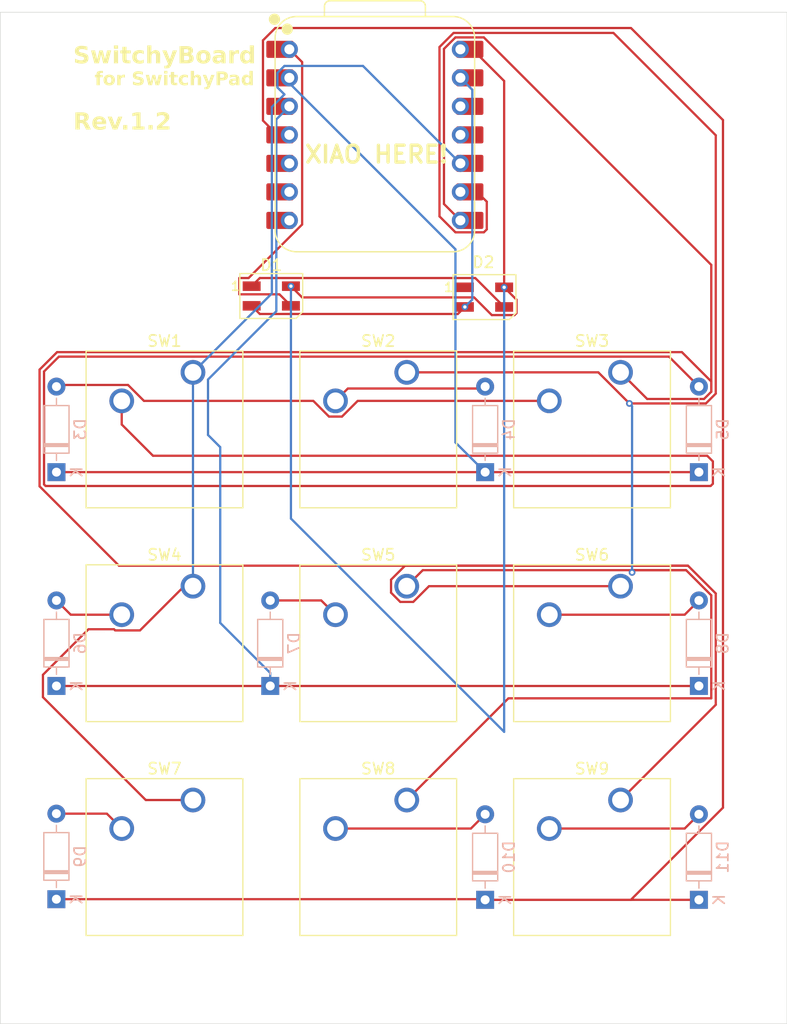
<source format=kicad_pcb>
(kicad_pcb (version 20240108) (generator "pcbnew") (generator_version "8.0")
  (layers (0 "F.Cu" signal) (31 "B.Cu" signal) (34 "B.Paste" user) (35 "F.Paste" user) (36 "B.SilkS" user "B.Silkscreen") (37 "F.SilkS" user "F.Silkscreen") (38 "B.Mask" user) (39 "F.Mask" user) (44 "Edge.Cuts" user))
  (net 0 "")
  (net 1 "GND")
  (net 2 "+5V")
  (net 3 "Net-(D1-DIN)")
  (net 4 "Net-(D1-DOUT)")
  (net 5 "Net-(D3-A)")
  (net 6 "Net-(D3-K)")
  (net 7 "Net-(D4-A)")
  (net 8 "Net-(D5-A)")
  (net 9 "Net-(D6-A)")
  (net 10 "Net-(D6-K)")
  (net 11 "Net-(D7-A)")
  (net 12 "Net-(D8-A)")
  (net 13 "Net-(D10-K)")
  (net 14 "Net-(D9-A)")
  (net 15 "Net-(D10-A)")
  (net 16 "Net-(D11-A)")
  (net 17 "Net-(U1-GPIO4{slash}MISO)")
  (net 18 "Net-(U1-GPIO2{slash}SCK)")
  (net 19 "Net-(U1-GPIO1{slash}RX)")
  (footprint "Button_Switch_Keyboard:SW_Cherry_MX_1.00u_PCB" (layer "F.Cu") (at 62.17125 90.07625)
    (property "Reference" "SW7" (at -2.54 -2.794 0) (layer "F.SilkS"))
    (property "Value" "SW_Push")
    (fp_line (start -9.525 -1.905) (end 4.445 -1.905) (stroke (width 0.12)) (layer "F.SilkS"))
    (fp_line (start -9.525 12.065) (end -9.525 -1.905) (stroke (width 0.12)) (layer "F.SilkS"))
    (fp_line (start 4.445 -1.905) (end 4.445 12.065) (stroke (width 0.12)) (layer "F.SilkS"))
    (fp_line (start 4.445 12.065) (end -9.525 12.065) (stroke (width 0.12)) (layer "F.SilkS"))
    (pad "" np_thru_hole circle (at -7.62 5.08) (size 1.7 1.7) (drill 1.7) (layers "*.Cu" "*.Mask"))
    (pad "" np_thru_hole circle (at -2.54 5.08) (size 4 4) (drill 4) (layers "*.Cu" "*.Mask"))
    (pad "" np_thru_hole circle (at 2.54 5.08) (size 1.7 1.7) (drill 1.7) (layers "*.Cu" "*.Mask"))
    (pad "1" thru_hole circle (at 0 0) (size 2.2 2.2) (drill 1.5) (layers "*.Cu" "*.Mask") (net 17 "Net-(U1-GPIO4{slash}MISO)"))
    (pad "2" thru_hole circle (at -6.35 2.54) (size 2.2 2.2) (drill 1.5) (layers "*.Cu" "*.Mask") (net 14 "Net-(D9-A)"))
  )
  (footprint "Button_Switch_Keyboard:SW_Cherry_MX_1.00u_PCB" (layer "F.Cu") (at 81.22125 90.07625)
    (property "Reference" "SW8" (at -2.54 -2.794 0) (layer "F.SilkS"))
    (property "Value" "SW_Push")
    (fp_line (start -9.525 -1.905) (end 4.445 -1.905) (stroke (width 0.12)) (layer "F.SilkS"))
    (fp_line (start -9.525 12.065) (end -9.525 -1.905) (stroke (width 0.12)) (layer "F.SilkS"))
    (fp_line (start 4.445 -1.905) (end 4.445 12.065) (stroke (width 0.12)) (layer "F.SilkS"))
    (fp_line (start 4.445 12.065) (end -9.525 12.065) (stroke (width 0.12)) (layer "F.SilkS"))
    (pad "" np_thru_hole circle (at -7.62 5.08) (size 1.7 1.7) (drill 1.7) (layers "*.Cu" "*.Mask"))
    (pad "" np_thru_hole circle (at -2.54 5.08) (size 4 4) (drill 4) (layers "*.Cu" "*.Mask"))
    (pad "" np_thru_hole circle (at 2.54 5.08) (size 1.7 1.7) (drill 1.7) (layers "*.Cu" "*.Mask"))
    (pad "1" thru_hole circle (at 0 0) (size 2.2 2.2) (drill 1.5) (layers "*.Cu" "*.Mask") (net 18 "Net-(U1-GPIO2{slash}SCK)"))
    (pad "2" thru_hole circle (at -6.35 2.54) (size 2.2 2.2) (drill 1.5) (layers "*.Cu" "*.Mask") (net 15 "Net-(D10-A)"))
  )
  (footprint "Button_Switch_Keyboard:SW_Cherry_MX_1.00u_PCB" (layer "F.Cu") (at 62.17125 51.97625)
    (property "Reference" "SW1" (at -2.54 -2.794 0) (layer "F.SilkS"))
    (property "Value" "SW_Push")
    (fp_line (start -9.525 -1.905) (end 4.445 -1.905) (stroke (width 0.12)) (layer "F.SilkS"))
    (fp_line (start -9.525 12.065) (end -9.525 -1.905) (stroke (width 0.12)) (layer "F.SilkS"))
    (fp_line (start 4.445 -1.905) (end 4.445 12.065) (stroke (width 0.12)) (layer "F.SilkS"))
    (fp_line (start 4.445 12.065) (end -9.525 12.065) (stroke (width 0.12)) (layer "F.SilkS"))
    (pad "" np_thru_hole circle (at -7.62 5.08) (size 1.7 1.7) (drill 1.7) (layers "*.Cu" "*.Mask"))
    (pad "" np_thru_hole circle (at -2.54 5.08) (size 4 4) (drill 4) (layers "*.Cu" "*.Mask"))
    (pad "" np_thru_hole circle (at 2.54 5.08) (size 1.7 1.7) (drill 1.7) (layers "*.Cu" "*.Mask"))
    (pad "1" thru_hole circle (at 0 0) (size 2.2 2.2) (drill 1.5) (layers "*.Cu" "*.Mask") (net 17 "Net-(U1-GPIO4{slash}MISO)"))
    (pad "2" thru_hole circle (at -6.35 2.54) (size 2.2 2.2) (drill 1.5) (layers "*.Cu" "*.Mask") (net 8 "Net-(D5-A)"))
  )
  (footprint "LED_SMD:LED_SK6812MINI_PLCC4_3.5x3.5mm_P1.75mm" (layer "F.Cu") (at 88.15 45.275)
    (property "Reference" "D2" (at -0.1 -3.11 0) (layer "F.SilkS"))
    (property "Value" "SK6812MINI")
    (fp_line (start -2.8 -2) (end -2.8 2) (stroke (width 0.12)) (layer "F.SilkS"))
    (fp_line (start -2.8 -2) (end 2.8 -2) (stroke (width 0.12)) (layer "F.SilkS"))
    (fp_line (start -2.8 2) (end 2.2 2) (stroke (width 0.12)) (layer "F.SilkS"))
    (fp_line (start 2.8 1.4) (end 2.2 2) (stroke (width 0.12)) (layer "F.SilkS"))
    (fp_line (start 2.8 1.4) (end 2.8 -2) (stroke (width 0.12)) (layer "F.SilkS"))
    (fp_text user "1" (at -3.2 -0.875 0) (layer "F.SilkS") (effects (font (size 0.8 0.8))))
    (pad "1" smd rect (at -1.75 -0.875) (size 1.6 0.85) (layers "F.Cu" "F.Paste" "F.Mask"))
    (pad "2" smd rect (at -1.75 0.875) (size 1.6 0.85) (layers "F.Cu" "F.Paste" "F.Mask") (net 1 "GND"))
    (pad "3" smd rect (at 1.75 0.875) (size 1.6 0.85) (layers "F.Cu" "F.Paste" "F.Mask") (net 4 "Net-(D1-DOUT)"))
    (pad "4" smd rect (at 1.75 -0.875) (size 1.6 0.85) (layers "F.Cu" "F.Paste" "F.Mask") (net 2 "+5V"))
  )
  (footprint "Button_Switch_Keyboard:SW_Cherry_MX_1.00u_PCB" (layer "F.Cu") (at 81.22125 51.97625)
    (property "Reference" "SW2" (at -2.54 -2.794 0) (layer "F.SilkS"))
    (property "Value" "SW_Push")
    (fp_line (start -9.525 -1.905) (end 4.445 -1.905) (stroke (width 0.12)) (layer "F.SilkS"))
    (fp_line (start -9.525 12.065) (end -9.525 -1.905) (stroke (width 0.12)) (layer "F.SilkS"))
    (fp_line (start 4.445 -1.905) (end 4.445 12.065) (stroke (width 0.12)) (layer "F.SilkS"))
    (fp_line (start 4.445 12.065) (end -9.525 12.065) (stroke (width 0.12)) (layer "F.SilkS"))
    (pad "" np_thru_hole circle (at -7.62 5.08) (size 1.7 1.7) (drill 1.7) (layers "*.Cu" "*.Mask"))
    (pad "" np_thru_hole circle (at -2.54 5.08) (size 4 4) (drill 4) (layers "*.Cu" "*.Mask"))
    (pad "" np_thru_hole circle (at 2.54 5.08) (size 1.7 1.7) (drill 1.7) (layers "*.Cu" "*.Mask"))
    (pad "1" thru_hole circle (at 0 0) (size 2.2 2.2) (drill 1.5) (layers "*.Cu" "*.Mask") (net 18 "Net-(U1-GPIO2{slash}SCK)"))
    (pad "2" thru_hole circle (at -6.35 2.54) (size 2.2 2.2) (drill 1.5) (layers "*.Cu" "*.Mask") (net 7 "Net-(D4-A)"))
  )
  (footprint "OPL:XIAO-RP2040-DIP" (layer "F.Cu") (at 78.38 30.82)
    (property "Reference" "U1" (hide yes))
    (property "Value" "XIAO-RP2040-DIP")
    (fp_line (start -8.89 8.509) (end -8.89 -8.636) (stroke (width 0.127)) (layer "F.SilkS"))
    (fp_line (start -6.985 10.414) (end 6.985 10.414) (stroke (width 0.127)) (layer "F.SilkS"))
    (fp_line (start -4.495 -10.541) (end -4.491272 -11.451272) (stroke (width 0.127)) (layer "F.SilkS"))
    (fp_line (start -3.991272 -11.951) (end 4.004 -11.951) (stroke (width 0.127)) (layer "F.SilkS"))
    (fp_line (start 4.504 -11.451) (end 4.504 -10.541) (stroke (width 0.127)) (layer "F.SilkS"))
    (fp_line (start 6.985 -10.541) (end -6.985 -10.541) (stroke (width 0.1)) (layer "F.SilkS"))
    (fp_line (start 6.985 -10.541) (end -6.985 -10.541) (stroke (width 0.127)) (layer "F.SilkS"))
    (fp_line (start 8.89 8.509) (end 8.89 -8.636) (stroke (width 0.127)) (layer "F.SilkS"))
    (fp_arc (start -8.89 -8.636) (mid -8.332038 -9.983038) (end -6.985 -10.541) (stroke (width 0.127)) (layer "F.SilkS"))
    (fp_arc (start -6.985 10.414) (mid -8.332038 9.856038) (end -8.89 8.509) (stroke (width 0.127)) (layer "F.SilkS"))
    (fp_arc (start -4.491272 -11.451272) (mid -4.344724 -11.804644) (end -3.991272 -11.951) (stroke (width 0.127)) (layer "F.SilkS"))
    (fp_arc (start 4.004 -11.951) (mid 4.357553 -11.804553) (end 4.504 -11.451) (stroke (width 0.127)) (layer "F.SilkS"))
    (fp_arc (start 6.985 -10.541) (mid 8.332038 -9.983038) (end 8.89 -8.636) (stroke (width 0.127)) (layer "F.SilkS"))
    (fp_arc (start 8.89 8.509) (mid 8.332038 9.856038) (end 6.985 10.414) (stroke (width 0.127)) (layer "F.SilkS"))
    (fp_circle (center -8.95 -10.3) (end -8.95 -10.554) (stroke (width 0.5)) (fill solid) (layer "F.SilkS"))
    (fp_circle (center -7.807 -9.42) (end -7.807 -9.674) (stroke (width 0.5)) (fill solid) (layer "F.SilkS"))
    (pad "1" smd roundrect (at -8.455 -7.62 180) (size 2.432 1.524) (layers "F.Cu" "F.Mask") (roundrect_rratio 0.1) (net 3 "Net-(D1-DIN)"))
    (pad "1" thru_hole circle (at -7.62 -7.62 180) (size 1.524 1.524) (drill 0.889) (layers "*.Cu" "*.Mask") (net 3 "Net-(D1-DIN)"))
    (pad "2" smd roundrect (at -8.455 -5.08 180) (size 2.432 1.524) (layers "F.Cu" "F.Mask") (roundrect_rratio 0.1) (net 6 "Net-(D3-K)"))
    (pad "2" thru_hole circle (at -7.62 -5.08 180) (size 1.524 1.524) (drill 0.889) (layers "*.Cu" "*.Mask") (net 6 "Net-(D3-K)"))
    (pad "3" smd roundrect (at -8.455 -2.54 180) (size 2.432 1.524) (layers "F.Cu" "F.Mask") (roundrect_rratio 0.1) (net 10 "Net-(D6-K)"))
    (pad "3" thru_hole circle (at -7.62 -2.54 180) (size 1.524 1.524) (drill 0.889) (layers "*.Cu" "*.Mask") (net 10 "Net-(D6-K)"))
    (pad "4" smd roundrect (at -8.455 0 180) (size 2.432 1.524) (layers "F.Cu" "F.Mask") (roundrect_rratio 0.1) (net 13 "Net-(D10-K)"))
    (pad "4" thru_hole circle (at -7.62 0 180) (size 1.524 1.524) (drill 0.889) (layers "*.Cu" "*.Mask") (net 13 "Net-(D10-K)"))
    (pad "5" smd roundrect (at -8.455 2.54 180) (size 2.432 1.524) (layers "F.Cu" "F.Mask") (roundrect_rratio 0.1))
    (pad "5" thru_hole circle (at -7.62 2.54 180) (size 1.524 1.524) (drill 0.889) (layers "*.Cu" "*.Mask"))
    (pad "6" smd roundrect (at -8.455 5.08 180) (size 2.432 1.524) (layers "F.Cu" "F.Mask") (roundrect_rratio 0.1))
    (pad "6" thru_hole circle (at -7.62 5.08 180) (size 1.524 1.524) (drill 0.889) (layers "*.Cu" "*.Mask"))
    (pad "7" smd roundrect (at -8.455 7.62 180) (size 2.432 1.524) (layers "F.Cu" "F.Mask") (roundrect_rratio 0.1))
    (pad "7" thru_hole circle (at -7.62 7.62 180) (size 1.524 1.524) (drill 0.889) (layers "*.Cu" "*.Mask"))
    (pad "8" thru_hole circle (at 7.62 7.62) (size 1.524 1.524) (drill 0.889) (layers "*.Cu" "*.Mask") (net 19 "Net-(U1-GPIO1{slash}RX)"))
    (pad "8" smd roundrect (at 8.455 7.62) (size 2.432 1.524) (layers "F.Cu" "F.Mask") (roundrect_rratio 0.1) (net 19 "Net-(U1-GPIO1{slash}RX)"))
    (pad "9" thru_hole circle (at 7.62 5.08) (size 1.524 1.524) (drill 0.889) (layers "*.Cu" "*.Mask") (net 18 "Net-(U1-GPIO2{slash}SCK)"))
    (pad "9" smd roundrect (at 8.455 5.08) (size 2.432 1.524) (layers "F.Cu" "F.Mask") (roundrect_rratio 0.1) (net 18 "Net-(U1-GPIO2{slash}SCK)"))
    (pad "10" thru_hole circle (at 7.62 2.54) (size 1.524 1.524) (drill 0.889) (layers "*.Cu" "*.Mask") (net 17 "Net-(U1-GPIO4{slash}MISO)"))
    (pad "10" smd roundrect (at 8.455 2.54) (size 2.432 1.524) (layers "F.Cu" "F.Mask") (roundrect_rratio 0.1) (net 17 "Net-(U1-GPIO4{slash}MISO)"))
    (pad "11" thru_hole circle (at 7.62 0) (size 1.524 1.524) (drill 0.889) (layers "*.Cu" "*.Mask"))
    (pad "11" smd roundrect (at 8.455 0) (size 2.432 1.524) (layers "F.Cu" "F.Mask") (roundrect_rratio 0.1))
    (pad "12" thru_hole circle (at 7.62 -2.54) (size 1.524 1.524) (drill 0.889) (layers "*.Cu" "*.Mask"))
    (pad "12" smd roundrect (at 8.455 -2.54) (size 2.432 1.524) (layers "F.Cu" "F.Mask") (roundrect_rratio 0.1))
    (pad "13" thru_hole circle (at 7.62 -5.08) (size 1.524 1.524) (drill 0.889) (layers "*.Cu" "*.Mask") (net 1 "GND"))
    (pad "13" smd roundrect (at 8.455 -5.08) (size 2.432 1.524) (layers "F.Cu" "F.Mask") (roundrect_rratio 0.1) (net 1 "GND"))
    (pad "14" thru_hole circle (at 7.62 -7.62) (size 1.524 1.524) (drill 0.889) (layers "*.Cu" "*.Mask") (net 2 "+5V"))
    (pad "14" smd roundrect (at 8.455 -7.62) (size 2.432 1.524) (layers "F.Cu" "F.Mask") (roundrect_rratio 0.1) (net 2 "+5V"))
  )
  (footprint "Button_Switch_Keyboard:SW_Cherry_MX_1.00u_PCB" (layer "F.Cu") (at 100.27125 90.07625)
    (property "Reference" "SW9" (at -2.54 -2.794 0) (layer "F.SilkS"))
    (property "Value" "SW_Push")
    (fp_line (start -9.525 -1.905) (end 4.445 -1.905) (stroke (width 0.12)) (layer "F.SilkS"))
    (fp_line (start -9.525 12.065) (end -9.525 -1.905) (stroke (width 0.12)) (layer "F.SilkS"))
    (fp_line (start 4.445 -1.905) (end 4.445 12.065) (stroke (width 0.12)) (layer "F.SilkS"))
    (fp_line (start 4.445 12.065) (end -9.525 12.065) (stroke (width 0.12)) (layer "F.SilkS"))
    (pad "" np_thru_hole circle (at -7.62 5.08) (size 1.7 1.7) (drill 1.7) (layers "*.Cu" "*.Mask"))
    (pad "" np_thru_hole circle (at -2.54 5.08) (size 4 4) (drill 4) (layers "*.Cu" "*.Mask"))
    (pad "" np_thru_hole circle (at 2.54 5.08) (size 1.7 1.7) (drill 1.7) (layers "*.Cu" "*.Mask"))
    (pad "1" thru_hole circle (at 0 0) (size 2.2 2.2) (drill 1.5) (layers "*.Cu" "*.Mask") (net 19 "Net-(U1-GPIO1{slash}RX)"))
    (pad "2" thru_hole circle (at -6.35 2.54) (size 2.2 2.2) (drill 1.5) (layers "*.Cu" "*.Mask") (net 16 "Net-(D11-A)"))
  )
  (footprint "LED_SMD:LED_SK6812MINI_PLCC4_3.5x3.5mm_P1.75mm" (layer "F.Cu") (at 69.15 45.175)
    (property "Reference" "D1" (at 0 -2.75 0) (layer "F.SilkS"))
    (property "Value" "SK6812MINI")
    (fp_line (start -2.8 -2) (end -2.8 2) (stroke (width 0.12)) (layer "F.SilkS"))
    (fp_line (start -2.8 -2) (end 2.8 -2) (stroke (width 0.12)) (layer "F.SilkS"))
    (fp_line (start -2.8 2) (end 2.2 2) (stroke (width 0.12)) (layer "F.SilkS"))
    (fp_line (start 2.8 1.4) (end 2.2 2) (stroke (width 0.12)) (layer "F.SilkS"))
    (fp_line (start 2.8 1.4) (end 2.8 -2) (stroke (width 0.12)) (layer "F.SilkS"))
    (fp_text user "1" (at -3.2 -0.875 0) (layer "F.SilkS") (effects (font (size 0.8 0.8))))
    (pad "1" smd rect (at -1.75 -0.875) (size 1.6 0.85) (layers "F.Cu" "F.Paste" "F.Mask") (net 4 "Net-(D1-DOUT)"))
    (pad "2" smd rect (at -1.75 0.875) (size 1.6 0.85) (layers "F.Cu" "F.Paste" "F.Mask") (net 1 "GND"))
    (pad "3" smd rect (at 1.75 0.875) (size 1.6 0.85) (layers "F.Cu" "F.Paste" "F.Mask") (net 3 "Net-(D1-DIN)"))
    (pad "4" smd rect (at 1.75 -0.875) (size 1.6 0.85) (layers "F.Cu" "F.Paste" "F.Mask") (net 2 "+5V"))
  )
  (footprint "Button_Switch_Keyboard:SW_Cherry_MX_1.00u_PCB" (layer "F.Cu") (at 100.27125 71.02625)
    (property "Reference" "SW6" (at -2.54 -2.794 0) (layer "F.SilkS"))
    (property "Value" "SW_Push")
    (fp_line (start -9.525 -1.905) (end 4.445 -1.905) (stroke (width 0.12)) (layer "F.SilkS"))
    (fp_line (start -9.525 12.065) (end -9.525 -1.905) (stroke (width 0.12)) (layer "F.SilkS"))
    (fp_line (start 4.445 -1.905) (end 4.445 12.065) (stroke (width 0.12)) (layer "F.SilkS"))
    (fp_line (start 4.445 12.065) (end -9.525 12.065) (stroke (width 0.12)) (layer "F.SilkS"))
    (pad "" np_thru_hole circle (at -7.62 5.08) (size 1.7 1.7) (drill 1.7) (layers "*.Cu" "*.Mask"))
    (pad "" np_thru_hole circle (at -2.54 5.08) (size 4 4) (drill 4) (layers "*.Cu" "*.Mask"))
    (pad "" np_thru_hole circle (at 2.54 5.08) (size 1.7 1.7) (drill 1.7) (layers "*.Cu" "*.Mask"))
    (pad "1" thru_hole circle (at 0 0) (size 2.2 2.2) (drill 1.5) (layers "*.Cu" "*.Mask") (net 19 "Net-(U1-GPIO1{slash}RX)"))
    (pad "2" thru_hole circle (at -6.35 2.54) (size 2.2 2.2) (drill 1.5) (layers "*.Cu" "*.Mask") (net 12 "Net-(D8-A)"))
  )
  (footprint "Button_Switch_Keyboard:SW_Cherry_MX_1.00u_PCB" (layer "F.Cu") (at 100.27125 51.97625)
    (property "Reference" "SW3" (at -2.54 -2.794 0) (layer "F.SilkS"))
    (property "Value" "SW_Push")
    (fp_line (start -9.525 -1.905) (end 4.445 -1.905) (stroke (width 0.12)) (layer "F.SilkS"))
    (fp_line (start -9.525 12.065) (end -9.525 -1.905) (stroke (width 0.12)) (layer "F.SilkS"))
    (fp_line (start 4.445 -1.905) (end 4.445 12.065) (stroke (width 0.12)) (layer "F.SilkS"))
    (fp_line (start 4.445 12.065) (end -9.525 12.065) (stroke (width 0.12)) (layer "F.SilkS"))
    (pad "" np_thru_hole circle (at -7.62 5.08) (size 1.7 1.7) (drill 1.7) (layers "*.Cu" "*.Mask"))
    (pad "" np_thru_hole circle (at -2.54 5.08) (size 4 4) (drill 4) (layers "*.Cu" "*.Mask"))
    (pad "" np_thru_hole circle (at 2.54 5.08) (size 1.7 1.7) (drill 1.7) (layers "*.Cu" "*.Mask"))
    (pad "1" thru_hole circle (at 0 0) (size 2.2 2.2) (drill 1.5) (layers "*.Cu" "*.Mask") (net 19 "Net-(U1-GPIO1{slash}RX)"))
    (pad "2" thru_hole circle (at -6.35 2.54) (size 2.2 2.2) (drill 1.5) (layers "*.Cu" "*.Mask") (net 5 "Net-(D3-A)"))
  )
  (footprint "Button_Switch_Keyboard:SW_Cherry_MX_1.00u_PCB" (layer "F.Cu") (at 62.17125 71.02625)
    (property "Reference" "SW4" (at -2.54 -2.794 0) (layer "F.SilkS"))
    (property "Value" "SW_Push")
    (fp_line (start -9.525 -1.905) (end 4.445 -1.905) (stroke (width 0.12)) (layer "F.SilkS"))
    (fp_line (start -9.525 12.065) (end -9.525 -1.905) (stroke (width 0.12)) (layer "F.SilkS"))
    (fp_line (start 4.445 -1.905) (end 4.445 12.065) (stroke (width 0.12)) (layer "F.SilkS"))
    (fp_line (start 4.445 12.065) (end -9.525 12.065) (stroke (width 0.12)) (layer "F.SilkS"))
    (pad "" np_thru_hole circle (at -7.62 5.08) (size 1.7 1.7) (drill 1.7) (layers "*.Cu" "*.Mask"))
    (pad "" np_thru_hole circle (at -2.54 5.08) (size 4 4) (drill 4) (layers "*.Cu" "*.Mask"))
    (pad "" np_thru_hole circle (at 2.54 5.08) (size 1.7 1.7) (drill 1.7) (layers "*.Cu" "*.Mask"))
    (pad "1" thru_hole circle (at 0 0) (size 2.2 2.2) (drill 1.5) (layers "*.Cu" "*.Mask") (net 17 "Net-(U1-GPIO4{slash}MISO)"))
    (pad "2" thru_hole circle (at -6.35 2.54) (size 2.2 2.2) (drill 1.5) (layers "*.Cu" "*.Mask") (net 9 "Net-(D6-A)"))
  )
  (footprint "Button_Switch_Keyboard:SW_Cherry_MX_1.00u_PCB" (layer "F.Cu") (at 81.22125 71.02625)
    (property "Reference" "SW5" (at -2.54 -2.794 0) (layer "F.SilkS"))
    (property "Value" "SW_Push")
    (fp_line (start -9.525 -1.905) (end 4.445 -1.905) (stroke (width 0.12)) (layer "F.SilkS"))
    (fp_line (start -9.525 12.065) (end -9.525 -1.905) (stroke (width 0.12)) (layer "F.SilkS"))
    (fp_line (start 4.445 -1.905) (end 4.445 12.065) (stroke (width 0.12)) (layer "F.SilkS"))
    (fp_line (start 4.445 12.065) (end -9.525 12.065) (stroke (width 0.12)) (layer "F.SilkS"))
    (pad "" np_thru_hole circle (at -7.62 5.08) (size 1.7 1.7) (drill 1.7) (layers "*.Cu" "*.Mask"))
    (pad "" np_thru_hole circle (at -2.54 5.08) (size 4 4) (drill 4) (layers "*.Cu" "*.Mask"))
    (pad "" np_thru_hole circle (at 2.54 5.08) (size 1.7 1.7) (drill 1.7) (layers "*.Cu" "*.Mask"))
    (pad "1" thru_hole circle (at 0 0) (size 2.2 2.2) (drill 1.5) (layers "*.Cu" "*.Mask") (net 18 "Net-(U1-GPIO2{slash}SCK)"))
    (pad "2" thru_hole circle (at -6.35 2.54) (size 2.2 2.2) (drill 1.5) (layers "*.Cu" "*.Mask") (net 11 "Net-(D7-A)"))
  )
  (footprint "Diode_THT:D_DO-35_SOD27_P7.62mm_Horizontal" (layer "B.Cu") (at 50.00625 79.91625 90)
    (property "Reference" "D6" (at 3.81 2.12 90) (layer "B.SilkS") (effects (justify mirror)))
    (property "Value" "D")
    (fp_line (start 5.93 -1.12) (end 1.69 -1.12) (stroke (width 0.12)) (layer "B.SilkS"))
    (fp_line (start 2.53 -1.12) (end 2.53 1.12) (stroke (width 0.12)) (layer "B.SilkS"))
    (fp_line (start 2.41 -1.12) (end 2.41 1.12) (stroke (width 0.12)) (layer "B.SilkS"))
    (fp_line (start 2.29 -1.12) (end 2.29 1.12) (stroke (width 0.12)) (layer "B.SilkS"))
    (fp_line (start 1.69 -1.12) (end 1.69 1.12) (stroke (width 0.12)) (layer "B.SilkS"))
    (fp_line (start 5.93 0) (end 6.58 0) (stroke (width 0.12)) (layer "B.SilkS"))
    (fp_line (start 1.69 0) (end 1.04 0) (stroke (width 0.12)) (layer "B.SilkS"))
    (fp_line (start 5.93 1.12) (end 5.93 -1.12) (stroke (width 0.12)) (layer "B.SilkS"))
    (fp_line (start 1.69 1.12) (end 5.93 1.12) (stroke (width 0.12)) (layer "B.SilkS"))
    (fp_text user "K" (at 0 1.8 90) (layer "B.SilkS") (effects (justify mirror)))
    (pad "1" thru_hole rect (at 0 0 90) (size 1.6 1.6) (drill 0.8) (layers "*.Cu" "*.Mask") (net 10 "Net-(D6-K)"))
    (pad "2" thru_hole oval (at 7.62 0 90) (size 1.6 1.6) (drill 0.8) (layers "*.Cu" "*.Mask") (net 9 "Net-(D6-A)"))
  )
  (footprint "Diode_THT:D_DO-35_SOD27_P7.62mm_Horizontal" (layer "B.Cu") (at 107.25625 60.86625 90)
    (property "Reference" "D5" (at 3.81 2.12 90) (layer "B.SilkS") (effects (justify mirror)))
    (property "Value" "D")
    (fp_line (start 5.93 -1.12) (end 1.69 -1.12) (stroke (width 0.12)) (layer "B.SilkS"))
    (fp_line (start 2.53 -1.12) (end 2.53 1.12) (stroke (width 0.12)) (layer "B.SilkS"))
    (fp_line (start 2.41 -1.12) (end 2.41 1.12) (stroke (width 0.12)) (layer "B.SilkS"))
    (fp_line (start 2.29 -1.12) (end 2.29 1.12) (stroke (width 0.12)) (layer "B.SilkS"))
    (fp_line (start 1.69 -1.12) (end 1.69 1.12) (stroke (width 0.12)) (layer "B.SilkS"))
    (fp_line (start 5.93 0) (end 6.58 0) (stroke (width 0.12)) (layer "B.SilkS"))
    (fp_line (start 1.69 0) (end 1.04 0) (stroke (width 0.12)) (layer "B.SilkS"))
    (fp_line (start 5.93 1.12) (end 5.93 -1.12) (stroke (width 0.12)) (layer "B.SilkS"))
    (fp_line (start 1.69 1.12) (end 5.93 1.12) (stroke (width 0.12)) (layer "B.SilkS"))
    (fp_text user "K" (at 0 1.8 90) (layer "B.SilkS") (effects (justify mirror)))
    (pad "1" thru_hole rect (at 0 0 90) (size 1.6 1.6) (drill 0.8) (layers "*.Cu" "*.Mask") (net 6 "Net-(D3-K)"))
    (pad "2" thru_hole oval (at 7.62 0 90) (size 1.6 1.6) (drill 0.8) (layers "*.Cu" "*.Mask") (net 8 "Net-(D5-A)"))
  )
  (footprint "Diode_THT:D_DO-35_SOD27_P7.62mm_Horizontal" (layer "B.Cu") (at 50 98.91 90)
    (property "Reference" "D9" (at 3.81 2.12 90) (layer "B.SilkS") (effects (justify mirror)))
    (property "Value" "D")
    (fp_line (start 5.93 -1.12) (end 1.69 -1.12) (stroke (width 0.12)) (layer "B.SilkS"))
    (fp_line (start 2.53 -1.12) (end 2.53 1.12) (stroke (width 0.12)) (layer "B.SilkS"))
    (fp_line (start 2.41 -1.12) (end 2.41 1.12) (stroke (width 0.12)) (layer "B.SilkS"))
    (fp_line (start 2.29 -1.12) (end 2.29 1.12) (stroke (width 0.12)) (layer "B.SilkS"))
    (fp_line (start 1.69 -1.12) (end 1.69 1.12) (stroke (width 0.12)) (layer "B.SilkS"))
    (fp_line (start 5.93 0) (end 6.58 0) (stroke (width 0.12)) (layer "B.SilkS"))
    (fp_line (start 1.69 0) (end 1.04 0) (stroke (width 0.12)) (layer "B.SilkS"))
    (fp_line (start 5.93 1.12) (end 5.93 -1.12) (stroke (width 0.12)) (layer "B.SilkS"))
    (fp_line (start 1.69 1.12) (end 5.93 1.12) (stroke (width 0.12)) (layer "B.SilkS"))
    (fp_text user "K" (at 0 1.8 90) (layer "B.SilkS") (effects (justify mirror)))
    (pad "1" thru_hole rect (at 0 0 90) (size 1.6 1.6) (drill 0.8) (layers "*.Cu" "*.Mask") (net 13 "Net-(D10-K)"))
    (pad "2" thru_hole oval (at 7.62 0 90) (size 1.6 1.6) (drill 0.8) (layers "*.Cu" "*.Mask") (net 14 "Net-(D9-A)"))
  )
  (footprint "Diode_THT:D_DO-35_SOD27_P7.62mm_Horizontal" (layer "B.Cu") (at 69.05625 79.91625 90)
    (property "Reference" "D7" (at 3.81 2.12 90) (layer "B.SilkS") (effects (justify mirror)))
    (property "Value" "D")
    (fp_line (start 5.93 -1.12) (end 1.69 -1.12) (stroke (width 0.12)) (layer "B.SilkS"))
    (fp_line (start 2.53 -1.12) (end 2.53 1.12) (stroke (width 0.12)) (layer "B.SilkS"))
    (fp_line (start 2.41 -1.12) (end 2.41 1.12) (stroke (width 0.12)) (layer "B.SilkS"))
    (fp_line (start 2.29 -1.12) (end 2.29 1.12) (stroke (width 0.12)) (layer "B.SilkS"))
    (fp_line (start 1.69 -1.12) (end 1.69 1.12) (stroke (width 0.12)) (layer "B.SilkS"))
    (fp_line (start 5.93 0) (end 6.58 0) (stroke (width 0.12)) (layer "B.SilkS"))
    (fp_line (start 1.69 0) (end 1.04 0) (stroke (width 0.12)) (layer "B.SilkS"))
    (fp_line (start 5.93 1.12) (end 5.93 -1.12) (stroke (width 0.12)) (layer "B.SilkS"))
    (fp_line (start 1.69 1.12) (end 5.93 1.12) (stroke (width 0.12)) (layer "B.SilkS"))
    (fp_text user "K" (at 0 1.8 90) (layer "B.SilkS") (effects (justify mirror)))
    (pad "1" thru_hole rect (at 0 0 90) (size 1.6 1.6) (drill 0.8) (layers "*.Cu" "*.Mask") (net 10 "Net-(D6-K)"))
    (pad "2" thru_hole oval (at 7.62 0 90) (size 1.6 1.6) (drill 0.8) (layers "*.Cu" "*.Mask") (net 11 "Net-(D7-A)"))
  )
  (footprint "Diode_THT:D_DO-35_SOD27_P7.62mm_Horizontal" (layer "B.Cu") (at 88.20625 98.96625 90)
    (property "Reference" "D10" (at 3.81 2.12 90) (layer "B.SilkS") (effects (justify mirror)))
    (property "Value" "D")
    (fp_line (start 5.93 -1.12) (end 1.69 -1.12) (stroke (width 0.12)) (layer "B.SilkS"))
    (fp_line (start 2.53 -1.12) (end 2.53 1.12) (stroke (width 0.12)) (layer "B.SilkS"))
    (fp_line (start 2.41 -1.12) (end 2.41 1.12) (stroke (width 0.12)) (layer "B.SilkS"))
    (fp_line (start 2.29 -1.12) (end 2.29 1.12) (stroke (width 0.12)) (layer "B.SilkS"))
    (fp_line (start 1.69 -1.12) (end 1.69 1.12) (stroke (width 0.12)) (layer "B.SilkS"))
    (fp_line (start 5.93 0) (end 6.58 0) (stroke (width 0.12)) (layer "B.SilkS"))
    (fp_line (start 1.69 0) (end 1.04 0) (stroke (width 0.12)) (layer "B.SilkS"))
    (fp_line (start 5.93 1.12) (end 5.93 -1.12) (stroke (width 0.12)) (layer "B.SilkS"))
    (fp_line (start 1.69 1.12) (end 5.93 1.12) (stroke (width 0.12)) (layer "B.SilkS"))
    (fp_text user "K" (at 0 1.8 90) (layer "B.SilkS") (effects (justify mirror)))
    (pad "1" thru_hole rect (at 0 0 90) (size 1.6 1.6) (drill 0.8) (layers "*.Cu" "*.Mask") (net 13 "Net-(D10-K)"))
    (pad "2" thru_hole oval (at 7.62 0 90) (size 1.6 1.6) (drill 0.8) (layers "*.Cu" "*.Mask") (net 15 "Net-(D10-A)"))
  )
  (footprint "Diode_THT:D_DO-35_SOD27_P7.62mm_Horizontal" (layer "B.Cu") (at 50.00625 60.86625 90)
    (property "Reference" "D3" (at 3.81 2.12 90) (layer "B.SilkS") (effects (justify mirror)))
    (property "Value" "D")
    (fp_line (start 5.93 -1.12) (end 1.69 -1.12) (stroke (width 0.12)) (layer "B.SilkS"))
    (fp_line (start 2.53 -1.12) (end 2.53 1.12) (stroke (width 0.12)) (layer "B.SilkS"))
    (fp_line (start 2.41 -1.12) (end 2.41 1.12) (stroke (width 0.12)) (layer "B.SilkS"))
    (fp_line (start 2.29 -1.12) (end 2.29 1.12) (stroke (width 0.12)) (layer "B.SilkS"))
    (fp_line (start 1.69 -1.12) (end 1.69 1.12) (stroke (width 0.12)) (layer "B.SilkS"))
    (fp_line (start 5.93 0) (end 6.58 0) (stroke (width 0.12)) (layer "B.SilkS"))
    (fp_line (start 1.69 0) (end 1.04 0) (stroke (width 0.12)) (layer "B.SilkS"))
    (fp_line (start 5.93 1.12) (end 5.93 -1.12) (stroke (width 0.12)) (layer "B.SilkS"))
    (fp_line (start 1.69 1.12) (end 5.93 1.12) (stroke (width 0.12)) (layer "B.SilkS"))
    (fp_text user "K" (at 0 1.8 90) (layer "B.SilkS") (effects (justify mirror)))
    (pad "1" thru_hole rect (at 0 0 90) (size 1.6 1.6) (drill 0.8) (layers "*.Cu" "*.Mask") (net 6 "Net-(D3-K)"))
    (pad "2" thru_hole oval (at 7.62 0 90) (size 1.6 1.6) (drill 0.8) (layers "*.Cu" "*.Mask") (net 5 "Net-(D3-A)"))
  )
  (footprint "Diode_THT:D_DO-35_SOD27_P7.62mm_Horizontal" (layer "B.Cu") (at 88.20625 60.86625 90)
    (property "Reference" "D4" (at 3.81 2.12 90) (layer "B.SilkS") (effects (justify mirror)))
    (property "Value" "D")
    (fp_line (start 5.93 -1.12) (end 1.69 -1.12) (stroke (width 0.12)) (layer "B.SilkS"))
    (fp_line (start 2.53 -1.12) (end 2.53 1.12) (stroke (width 0.12)) (layer "B.SilkS"))
    (fp_line (start 2.41 -1.12) (end 2.41 1.12) (stroke (width 0.12)) (layer "B.SilkS"))
    (fp_line (start 2.29 -1.12) (end 2.29 1.12) (stroke (width 0.12)) (layer "B.SilkS"))
    (fp_line (start 1.69 -1.12) (end 1.69 1.12) (stroke (width 0.12)) (layer "B.SilkS"))
    (fp_line (start 5.93 0) (end 6.58 0) (stroke (width 0.12)) (layer "B.SilkS"))
    (fp_line (start 1.69 0) (end 1.04 0) (stroke (width 0.12)) (layer "B.SilkS"))
    (fp_line (start 5.93 1.12) (end 5.93 -1.12) (stroke (width 0.12)) (layer "B.SilkS"))
    (fp_line (start 1.69 1.12) (end 5.93 1.12) (stroke (width 0.12)) (layer "B.SilkS"))
    (fp_text user "K" (at 0 1.8 90) (layer "B.SilkS") (effects (justify mirror)))
    (pad "1" thru_hole rect (at 0 0 90) (size 1.6 1.6) (drill 0.8) (layers "*.Cu" "*.Mask") (net 6 "Net-(D3-K)"))
    (pad "2" thru_hole oval (at 7.62 0 90) (size 1.6 1.6) (drill 0.8) (layers "*.Cu" "*.Mask") (net 7 "Net-(D4-A)"))
  )
  (footprint "Diode_THT:D_DO-35_SOD27_P7.62mm_Horizontal" (layer "B.Cu") (at 107.25625 98.96625 90)
    (property "Reference" "D11" (at 3.81 2.12 90) (layer "B.SilkS") (effects (justify mirror)))
    (property "Value" "D")
    (fp_line (start 5.93 -1.12) (end 1.69 -1.12) (stroke (width 0.12)) (layer "B.SilkS"))
    (fp_line (start 2.53 -1.12) (end 2.53 1.12) (stroke (width 0.12)) (layer "B.SilkS"))
    (fp_line (start 2.41 -1.12) (end 2.41 1.12) (stroke (width 0.12)) (layer "B.SilkS"))
    (fp_line (start 2.29 -1.12) (end 2.29 1.12) (stroke (width 0.12)) (layer "B.SilkS"))
    (fp_line (start 1.69 -1.12) (end 1.69 1.12) (stroke (width 0.12)) (layer "B.SilkS"))
    (fp_line (start 5.93 0) (end 6.58 0) (stroke (width 0.12)) (layer "B.SilkS"))
    (fp_line (start 1.69 0) (end 1.04 0) (stroke (width 0.12)) (layer "B.SilkS"))
    (fp_line (start 5.93 1.12) (end 5.93 -1.12) (stroke (width 0.12)) (layer "B.SilkS"))
    (fp_line (start 1.69 1.12) (end 5.93 1.12) (stroke (width 0.12)) (layer "B.SilkS"))
    (fp_text user "K" (at 0 1.8 90) (layer "B.SilkS") (effects (justify mirror)))
    (pad "1" thru_hole rect (at 0 0 90) (size 1.6 1.6) (drill 0.8) (layers "*.Cu" "*.Mask") (net 13 "Net-(D10-K)"))
    (pad "2" thru_hole oval (at 7.62 0 90) (size 1.6 1.6) (drill 0.8) (layers "*.Cu" "*.Mask") (net 16 "Net-(D11-A)"))
  )
  (footprint "Diode_THT:D_DO-35_SOD27_P7.62mm_Horizontal" (layer "B.Cu") (at 107.25625 79.91625 90)
    (property "Reference" "D8" (at 3.81 2.12 90) (layer "B.SilkS") (effects (justify mirror)))
    (property "Value" "D")
    (fp_line (start 5.93 -1.12) (end 1.69 -1.12) (stroke (width 0.12)) (layer "B.SilkS"))
    (fp_line (start 2.53 -1.12) (end 2.53 1.12) (stroke (width 0.12)) (layer "B.SilkS"))
    (fp_line (start 2.41 -1.12) (end 2.41 1.12) (stroke (width 0.12)) (layer "B.SilkS"))
    (fp_line (start 2.29 -1.12) (end 2.29 1.12) (stroke (width 0.12)) (layer "B.SilkS"))
    (fp_line (start 1.69 -1.12) (end 1.69 1.12) (stroke (width 0.12)) (layer "B.SilkS"))
    (fp_line (start 5.93 0) (end 6.58 0) (stroke (width 0.12)) (layer "B.SilkS"))
    (fp_line (start 1.69 0) (end 1.04 0) (stroke (width 0.12)) (layer "B.SilkS"))
    (fp_line (start 5.93 1.12) (end 5.93 -1.12) (stroke (width 0.12)) (layer "B.SilkS"))
    (fp_line (start 1.69 1.12) (end 5.93 1.12) (stroke (width 0.12)) (layer "B.SilkS"))
    (fp_text user "K" (at 0 1.8 90) (layer "B.SilkS") (effects (justify mirror)))
    (pad "1" thru_hole rect (at 0 0 90) (size 1.6 1.6) (drill 0.8) (layers "*.Cu" "*.Mask") (net 10 "Net-(D6-K)"))
    (pad "2" thru_hole oval (at 7.62 0 90) (size 1.6 1.6) (drill 0.8) (layers "*.Cu" "*.Mask") (net 12 "Net-(D8-A)"))
  )
  (gr_rect (start 45 19.9) (end 115.1 110) (stroke (width 0.05)) (fill none) (layer "Edge.Cuts"))
  (gr_text "SwitchyBoard" (at 51.5 24.7 0) (layer "F.SilkS") (effects (font (size 1.5 1.5) (thickness 0.3) (bold yes)) (justify left bottom)))
  (gr_text "for SwitchyPad" (at 53.4 26.6 0) (layer "F.SilkS") (effects (font (size 1.2 1.2) (thickness 0.3) (bold yes)) (justify left bottom)))
  (gr_text "Rev.1.2" (at 51.5 30.6 0) (layer "F.SilkS") (effects (font (size 1.5 1.5) (thickness 0.3) (bold yes)) (justify left bottom)))
  (gr_text "XIAO HERE!" (at 72 33.44 0) (layer "F.SilkS") (effects (font (size 1.5 1.5) (thickness 0.3) (bold yes)) (justify left bottom)))
  (segment (start 68.125 46.775) (end 67.4 46.05) (width 0.2) (layer "F.Cu") (net 1))
  (segment (start 85.775 46.775) (end 68.125 46.775) (width 0.2) (layer "F.Cu") (net 1))
  (segment (start 86.4 46.15) (end 85.775 46.775) (width 0.2) (layer "F.Cu") (net 1))
  (via (at 86.4 46.15) (size 0.6) (drill 0.3) (layers "F.Cu" "B.Cu") (net 1))
  (segment (start 87.062 45.488) (end 86.4 46.15) (width 0.2) (layer "B.Cu") (net 1))
  (segment (start 87.062 26.802) (end 87.062 45.488) (width 0.2) (layer "B.Cu") (net 1))
  (segment (start 86 25.74) (end 87.062 26.802) (width 0.2) (layer "B.Cu") (net 1))
  (segment (start 89.9 26.02237) (end 89.9 44.4) (width 0.2) (layer "F.Cu") (net 2))
  (segment (start 91 46.7) (end 91 45.5) (width 0.2) (layer "F.Cu") (net 2))
  (segment (start 71.9 45.3) (end 87.225 45.3) (width 0.2) (layer "F.Cu") (net 2))
  (segment (start 90.825 46.875) (end 91 46.7) (width 0.2) (layer "F.Cu") (net 2))
  (segment (start 87.07763 23.2) (end 89.9 26.02237) (width 0.2) (layer "F.Cu") (net 2))
  (segment (start 70.9 44.3) (end 71.9 45.3) (width 0.2) (layer "F.Cu") (net 2))
  (segment (start 91 45.5) (end 89.9 44.4) (width 0.2) (layer "F.Cu") (net 2))
  (segment (start 86 23.2) (end 87.07763 23.2) (width 0.2) (layer "F.Cu") (net 2))
  (segment (start 88.8 46.875) (end 90.825 46.875) (width 0.2) (layer "F.Cu") (net 2))
  (segment (start 87.225 45.3) (end 88.8 46.875) (width 0.2) (layer "F.Cu") (net 2))
  (via (at 70.9 44.3) (size 0.6) (drill 0.3) (layers "F.Cu" "B.Cu") (net 2))
  (via (at 89.9 44.4) (size 0.6) (drill 0.3) (layers "F.Cu" "B.Cu") (net 2))
  (segment (start 89.9 84.001598) (end 70.9 65.001598) (width 0.2) (layer "B.Cu") (net 2))
  (segment (start 70.9 65.001598) (end 70.9 44.3) (width 0.2) (layer "B.Cu") (net 2))
  (segment (start 89.9 44.4) (end 89.9 84.001598) (width 0.2) (layer "B.Cu") (net 2))
  (segment (start 66.3 43.575) (end 67.126895 43.575) (width 0.2) (layer "F.Cu") (net 3))
  (segment (start 71.9 24.34) (end 70.76 23.2) (width 0.2) (layer "F.Cu") (net 3))
  (segment (start 67.126895 43.575) (end 71.9 38.801895) (width 0.2) (layer "F.Cu") (net 3))
  (segment (start 71.9 38.801895) (end 71.9 24.34) (width 0.2) (layer "F.Cu") (net 3))
  (segment (start 69.875 45.025) (end 66.3 45.025) (width 0.2) (layer "F.Cu") (net 3))
  (segment (start 70.9 46.05) (end 69.875 45.025) (width 0.2) (layer "F.Cu") (net 3))
  (segment (start 66.3 45.025) (end 66.3 43.575) (width 0.2) (layer "F.Cu") (net 3))
  (segment (start 89.9 46.15) (end 87.325 43.575) (width 0.2) (layer "F.Cu") (net 4))
  (segment (start 68.125 43.575) (end 67.4 44.3) (width 0.2) (layer "F.Cu") (net 4))
  (segment (start 87.325 43.575) (end 68.125 43.575) (width 0.2) (layer "F.Cu") (net 4))
  (segment (start 56.384899 53.1) (end 50.1525 53.1) (width 0.2) (layer "F.Cu") (net 5))
  (segment (start 74.291351 55.91625) (end 72.891351 54.51625) (width 0.2) (layer "F.Cu") (net 5))
  (segment (start 93.92125 54.51625) (end 76.851149 54.51625) (width 0.2) (layer "F.Cu") (net 5))
  (segment (start 57.801149 54.51625) (end 56.384899 53.1) (width 0.2) (layer "F.Cu") (net 5))
  (segment (start 76.851149 54.51625) (end 75.451149 55.91625) (width 0.2) (layer "F.Cu") (net 5))
  (segment (start 72.891351 54.51625) (end 57.801149 54.51625) (width 0.2) (layer "F.Cu") (net 5))
  (segment (start 50.1525 53.1) (end 50.00625 53.24625) (width 0.2) (layer "F.Cu") (net 5))
  (segment (start 75.451149 55.91625) (end 74.291351 55.91625) (width 0.2) (layer "F.Cu") (net 5))
  (segment (start 50.00625 60.86625) (end 88.20625 60.86625) (width 0.2) (layer "F.Cu") (net 6))
  (segment (start 88.20625 60.86625) (end 107.25625 60.86625) (width 0.2) (layer "F.Cu") (net 6))
  (segment (start 70.76 25.74) (end 70.76 26.212419) (width 0.2) (layer "B.Cu") (net 6))
  (segment (start 85.560105 58.220105) (end 88.20625 60.86625) (width 0.2) (layer "B.Cu") (net 6))
  (segment (start 85.560105 41.012524) (end 85.560105 58.220105) (width 0.2) (layer "B.Cu") (net 6))
  (segment (start 70.76 26.212419) (end 85.560105 41.012524) (width 0.2) (layer "B.Cu") (net 6))
  (segment (start 88.036249 53.416251) (end 88.20625 53.24625) (width 0.2) (layer "F.Cu") (net 7))
  (segment (start 74.87125 54.51625) (end 75.971249 53.416251) (width 0.2) (layer "F.Cu") (net 7))
  (segment (start 75.971249 53.416251) (end 88.036249 53.416251) (width 0.2) (layer "F.Cu") (net 7))
  (segment (start 108.3 62.1) (end 108.5 61.9) (width 0.2) (layer "F.Cu") (net 8))
  (segment (start 108.5 61.9) (end 108.5 59.91) (width 0.2) (layer "F.Cu") (net 8))
  (segment (start 55.82125 56.62125) (end 55.82125 54.51625) (width 0.2) (layer "F.Cu") (net 8))
  (segment (start 50.22375 50.57625) (end 48.9 51.9) (width 0.2) (layer "F.Cu") (net 8))
  (segment (start 58.60625 59.40625) (end 55.82125 56.62125) (width 0.2) (layer "F.Cu") (net 8))
  (segment (start 49.04 62.1) (end 108.3 62.1) (width 0.2) (layer "F.Cu") (net 8))
  (segment (start 48.9 51.9) (end 48.9 61.96) (width 0.2) (layer "F.Cu") (net 8))
  (segment (start 108.5 59.91) (end 107.99625 59.40625) (width 0.2) (layer "F.Cu") (net 8))
  (segment (start 107.25625 53.24625) (end 104.58625 50.57625) (width 0.2) (layer "F.Cu") (net 8))
  (segment (start 48.9 61.96) (end 49.04 62.1) (width 0.2) (layer "F.Cu") (net 8))
  (segment (start 104.58625 50.57625) (end 50.22375 50.57625) (width 0.2) (layer "F.Cu") (net 8))
  (segment (start 107.99625 59.40625) (end 58.60625 59.40625) (width 0.2) (layer "F.Cu") (net 8))
  (segment (start 51.27625 73.56625) (end 50.00625 72.29625) (width 0.2) (layer "F.Cu") (net 9))
  (segment (start 55.82125 73.56625) (end 51.27625 73.56625) (width 0.2) (layer "F.Cu") (net 9))
  (segment (start 69.05625 79.91625) (end 50.00625 79.91625) (width 0.2) (layer "F.Cu") (net 10))
  (segment (start 69.05625 79.91625) (end 107.25625 79.91625) (width 0.2) (layer "F.Cu") (net 10))
  (segment (start 69.6 46.527399) (end 69.6 29.44) (width 0.2) (layer "B.Cu") (net 10))
  (segment (start 63.51125 57.553306) (end 63.51125 52.616149) (width 0.2) (layer "B.Cu") (net 10))
  (segment (start 63.51125 52.616149) (end 69.6 46.527399) (width 0.2) (layer "B.Cu") (net 10))
  (segment (start 64.6 58.642056) (end 63.51125 57.553306) (width 0.2) (layer "B.Cu") (net 10))
  (segment (start 69.05625 79.91625) (end 69.05625 78.754194) (width 0.2) (layer "B.Cu") (net 10))
  (segment (start 69.05625 78.754194) (end 64.6 74.297944) (width 0.2) (layer "B.Cu") (net 10))
  (segment (start 64.6 74.297944) (end 64.6 58.642056) (width 0.2) (layer "B.Cu") (net 10))
  (segment (start 69.6 29.44) (end 70.76 28.28) (width 0.2) (layer "B.Cu") (net 10))
  (segment (start 69.05625 72.29625) (end 73.60125 72.29625) (width 0.2) (layer "F.Cu") (net 11))
  (segment (start 73.60125 72.29625) (end 74.87125 73.56625) (width 0.2) (layer "F.Cu") (net 11))
  (segment (start 93.92125 73.56625) (end 105.98625 73.56625) (width 0.2) (layer "F.Cu") (net 12))
  (segment (start 105.98625 73.56625) (end 107.25625 72.29625) (width 0.2) (layer "F.Cu") (net 12))
  (segment (start 109.4 29.5) (end 101.2 21.3) (width 0.2) (layer "F.Cu") (net 13))
  (segment (start 88.15 98.91) (end 88.20625 98.96625) (width 0.2) (layer "F.Cu") (net 13))
  (segment (start 68.409 22.398786) (end 68.409 29.54663) (width 0.2) (layer "F.Cu") (net 13))
  (segment (start 69.507786 21.3) (end 68.409 22.398786) (width 0.2) (layer "F.Cu") (net 13))
  (segment (start 50 98.91) (end 88.15 98.91) (width 0.2) (layer "F.Cu") (net 13))
  (segment (start 88.20625 98.96625) (end 107.25625 98.96625) (width 0.2) (layer "F.Cu") (net 13))
  (segment (start 109.4 90.758135) (end 109.4 29.5) (width 0.2) (layer "F.Cu") (net 13))
  (segment (start 68.409 29.54663) (end 69.68237 30.82) (width 0.2) (layer "F.Cu") (net 13))
  (segment (start 101.2 21.3) (end 69.507786 21.3) (width 0.2) (layer "F.Cu") (net 13))
  (segment (start 88.20625 98.96625) (end 101.191885 98.96625) (width 0.2) (layer "F.Cu") (net 13))
  (segment (start 69.68237 30.82) (end 70.76 30.82) (width 0.2) (layer "F.Cu") (net 13))
  (segment (start 101.191885 98.96625) (end 109.4 90.758135) (width 0.2) (layer "F.Cu") (net 13))
  (segment (start 54.495 91.29) (end 55.82125 92.61625) (width 0.2) (layer "F.Cu") (net 14))
  (segment (start 50 91.29) (end 54.495 91.29) (width 0.2) (layer "F.Cu") (net 14))
  (segment (start 86.93625 92.61625) (end 88.20625 91.34625) (width 0.2) (layer "F.Cu") (net 15))
  (segment (start 74.87125 92.61625) (end 86.93625 92.61625) (width 0.2) (layer "F.Cu") (net 15))
  (segment (start 93.92125 92.61625) (end 105.98625 92.61625) (width 0.2) (layer "F.Cu") (net 16))
  (segment (start 105.98625 92.61625) (end 107.25625 91.34625) (width 0.2) (layer "F.Cu") (net 16))
  (segment (start 52.86005 74.86245) (end 55.137551 74.86245) (width 0.2) (layer "F.Cu") (net 17))
  (segment (start 62.17125 90.07625) (end 57.96625 90.07625) (width 0.2) (layer "F.Cu") (net 17))
  (segment (start 48.8 80.91) (end 48.8 78.9225) (width 0.2) (layer "F.Cu") (net 17))
  (segment (start 57.96625 90.07625) (end 48.8 80.91) (width 0.2) (layer "F.Cu") (net 17))
  (segment (start 57.447848 74.96625) (end 61.387848 71.02625) (width 0.2) (layer "F.Cu") (net 17))
  (segment (start 48.8 78.9225) (end 52.86005 74.86245) (width 0.2) (layer "F.Cu") (net 17))
  (segment (start 55.137551 74.86245) (end 55.241351 74.96625) (width 0.2) (layer "F.Cu") (net 17))
  (segment (start 55.241351 74.96625) (end 57.447848 74.96625) (width 0.2) (layer "F.Cu") (net 17))
  (segment (start 61.387848 71.02625) (end 62.17125 71.02625) (width 0.2) (layer "F.Cu") (net 17))
  (segment (start 62.17125 51.97625) (end 69.2 44.9475) (width 0.2) (layer "B.Cu") (net 17))
  (segment (start 69.698 26.595895) (end 69.698 25.300105) (width 0.2) (layer "B.Cu") (net 17))
  (segment (start 77.318 24.678) (end 86 33.36) (width 0.2) (layer "B.Cu") (net 17))
  (segment (start 69.698 25.300105) (end 70.320105 24.678) (width 0.2) (layer "B.Cu") (net 17))
  (segment (start 70.320105 27.218) (end 69.698 26.595895) (width 0.2) (layer "B.Cu") (net 17))
  (segment (start 69.2 44.9475) (end 69.2 28.338105) (width 0.2) (layer "B.Cu") (net 17))
  (segment (start 62.17125 51.97625) (end 62.17125 71.02625) (width 0.2) (layer "B.Cu") (net 17))
  (segment (start 69.2 28.338105) (end 70.320105 27.218) (width 0.2) (layer "B.Cu") (net 17))
  (segment (start 70.320105 24.678) (end 77.318 24.678) (width 0.2) (layer "B.Cu") (net 17))
  (segment (start 84.138 22.994419) (end 84.138 38.079895) (width 0.2) (layer "F.Cu") (net 18))
  (segment (start 101.061351 54.74625) (end 107.877571 54.74625) (width 0.2) (layer "F.Cu") (net 18))
  (segment (start 108.35625 81.01625) (end 108.35625 71.840615) (width 0.2) (layer "F.Cu") (net 18))
  (segment (start 98.291351 51.97625) (end 101.061351 54.74625) (width 0.2) (layer "F.Cu") (net 18))
  (segment (start 84.138 38.079895) (end 85.560105 39.502) (width 0.2) (layer "F.Cu") (net 18))
  (segment (start 90.28125 81.01625) (end 108.35625 81.01625) (width 0.2) (layer "F.Cu") (net 18))
  (segment (start 81.22125 51.97625) (end 98.291351 51.97625) (width 0.2) (layer "F.Cu") (net 18))
  (segment (start 88.351 39.241214) (end 88.351 36.773) (width 0.2) (layer "F.Cu") (net 18))
  (segment (start 85.560105 39.502) (end 88.090214 39.502) (width 0.2) (layer "F.Cu") (net 18))
  (segment (start 106.115635 69.6) (end 82.6475 69.6) (width 0.2) (layer "F.Cu") (net 18))
  (segment (start 108.75625 53.867571) (end 108.75625 30.85625) (width 0.2) (layer "F.Cu") (net 18))
  (segment (start 107.877571 54.74625) (end 108.75625 53.867571) (width 0.2) (layer "F.Cu") (net 18))
  (segment (start 101.499019 69.6) (end 101.299019 69.8) (width 0.2) (layer "F.Cu") (net 18))
  (segment (start 85.394419 21.738) (end 84.138 22.994419) (width 0.2) (layer "F.Cu") (net 18))
  (segment (start 87.478 35.9) (end 86 35.9) (width 0.2) (layer "F.Cu") (net 18))
  (segment (start 106.115635 69.6) (end 101.499019 69.6) (width 0.2) (layer "F.Cu") (net 18))
  (segment (start 108.35625 71.840615) (end 106.115635 69.6) (width 0.2) (layer "F.Cu") (net 18))
  (segment (start 88.351 36.773) (end 87.478 35.9) (width 0.2) (layer "F.Cu") (net 18))
  (segment (start 82.6475 69.6) (end 81.22125 71.02625) (width 0.2) (layer "F.Cu") (net 18))
  (segment (start 81.22125 90.07625) (end 90.28125 81.01625) (width 0.2) (layer "F.Cu") (net 18))
  (segment (start 99.638 21.738) (end 85.394419 21.738) (width 0.2) (layer "F.Cu") (net 18))
  (segment (start 88.090214 39.502) (end 88.351 39.241214) (width 0.2) (layer "F.Cu") (net 18))
  (segment (start 108.75625 30.85625) (end 99.638 21.738) (width 0.2) (layer "F.Cu") (net 18))
  (via (at 101.299019 69.8) (size 0.6) (drill 0.3) (layers "F.Cu" "B.Cu") (net 18))
  (via (at 101.061351 54.74625) (size 0.6) (drill 0.3) (layers "F.Cu" "B.Cu") (net 18))
  (segment (start 101.299019 69.8) (end 101.299019 54.983918) (width 0.2) (layer "B.Cu") (net 18))
  (segment (start 101.299019 54.983918) (end 101.061351 54.74625) (width 0.2) (layer "B.Cu") (net 18))
  (segment (start 79.82125 71.606149) (end 80.641351 72.42625) (width 0.2) (layer "F.Cu") (net 19))
  (segment (start 108.35625 42.404036) (end 88.090214 22.138) (width 0.2) (layer "F.Cu") (net 19))
  (segment (start 100.27125 90.07625) (end 108.75625 81.59125) (width 0.2) (layer "F.Cu") (net 19))
  (segment (start 107.711885 54.34625) (end 102.64125 54.34625) (width 0.2) (layer "F.Cu") (net 19))
  (segment (start 79.82125 70.446351) (end 79.82125 71.606149) (width 0.2) (layer "F.Cu") (net 19))
  (segment (start 50.058064 50.17625) (end 105.741885 50.17625) (width 0.2) (layer "F.Cu") (net 19))
  (segment (start 55.574314 69.2) (end 48.5 62.125686) (width 0.2) (layer "F.Cu") (net 19))
  (segment (start 108.35625 53.701885) (end 107.711885 54.34625) (width 0.2) (layer "F.Cu") (net 19))
  (segment (start 84.538 36.978) (end 86 38.44) (width 0.2) (layer "F.Cu") (net 19))
  (segment (start 108.35625 53.701885) (end 108.35625 42.404036) (width 0.2) (layer "F.Cu") (net 19))
  (segment (start 81.067601 69.2) (end 79.82125 70.446351) (width 0.2) (layer "F.Cu") (net 19))
  (segment (start 85.560105 22.138) (end 84.538 23.160105) (width 0.2) (layer "F.Cu") (net 19))
  (segment (start 88.090214 22.138) (end 85.560105 22.138) (width 0.2) (layer "F.Cu") (net 19))
  (segment (start 105.741885 50.17625) (end 108.35625 52.790615) (width 0.2) (layer "F.Cu") (net 19))
  (segment (start 80.641351 72.42625) (end 81.801149 72.42625) (width 0.2) (layer "F.Cu") (net 19))
  (segment (start 48.5 51.734314) (end 50.058064 50.17625) (width 0.2) (layer "F.Cu") (net 19))
  (segment (start 84.538 23.160105) (end 84.538 36.978) (width 0.2) (layer "F.Cu") (net 19))
  (segment (start 106.281321 69.2) (end 81.067601 69.2) (width 0.2) (layer "F.Cu") (net 19))
  (segment (start 81.801149 72.42625) (end 83.201149 71.02625) (width 0.2) (layer "F.Cu") (net 19))
  (segment (start 102.64125 54.34625) (end 100.27125 51.97625) (width 0.2) (layer "F.Cu") (net 19))
  (segment (start 108.75625 81.59125) (end 108.75625 71.674929) (width 0.2) (layer "F.Cu") (net 19))
  (segment (start 106.281321 69.2) (end 55.574314 69.2) (width 0.2) (layer "F.Cu") (net 19))
  (segment (start 48.5 62.125686) (end 48.5 51.734314) (width 0.2) (layer "F.Cu") (net 19))
  (segment (start 108.75625 71.674929) (end 106.281321 69.2) (width 0.2) (layer "F.Cu") (net 19))
  (segment (start 108.35625 52.790615) (end 108.35625 53.701885) (width 0.2) (layer "F.Cu") (net 19))
  (segment (start 83.201149 71.02625) (end 100.27125 71.02625) (width 0.2) (layer "F.Cu") (net 19))
)
</source>
